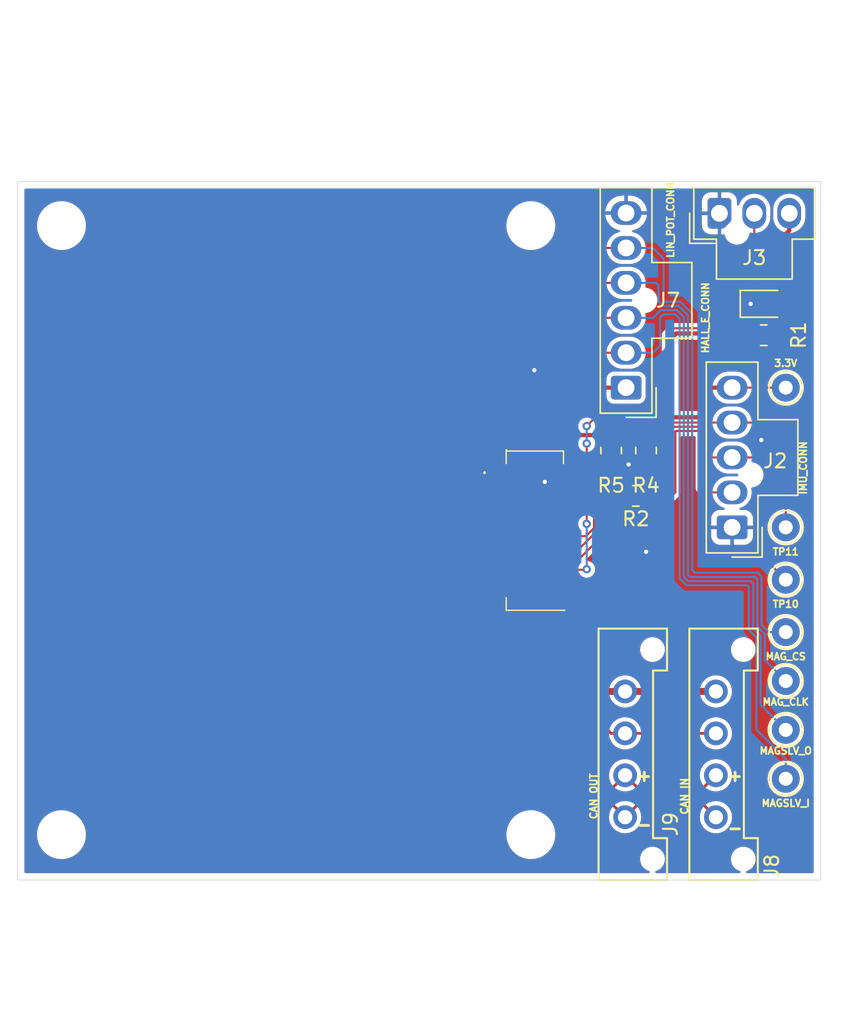
<source format=kicad_pcb>
(kicad_pcb (version 20240108) (generator "pcbnew") (generator_version "8.0")
  (layers (0 "F.Cu" signal) (31 "B.Cu" signal) (34 "B.Paste" user) (35 "F.Paste" user) (36 "B.SilkS" user "B.Silkscreen") (37 "F.SilkS" user "F.Silkscreen") (38 "B.Mask" user) (39 "F.Mask" user) (44 "Edge.Cuts" user))
  (net 0 "")
  (net 1 "/MAG_CLK")
  (net 2 "/MAGSLV_Input")
  (net 3 "/MAGSLV_Output")
  (net 4 "/MAG_CS")
  (net 6 "GNDPWR")
  (net 10 "/LTE_D1")
  (net 11 "/GPIO_1")
  (net 12 "/IMU_I2C_SCL")
  (net 13 "/IMU_I2C_SDA")
  (net 17 "/CAN_N")
  (net 18 "/CAN_P")
  (net 20 "GND")
  (net 21 "+12V")
  (net 22 "/IMU_INT")
  (net 23 "+3.3V")
  (net 24 "Net-(J2-Pin_2)")
  (footprint "TestPoint:TestPoint_THTPad_D2.0mm_Drill1.0mm" (layer "F.Cu") (at 181.25 77.5)
    (property "Reference" "TP2" (hide yes))
    (property "Value" "VDD_3.3V")
    (fp_circle (center 0 0) (end 0 1.2) (stroke (width 0.12)) (fill none) (layer "F.SilkS"))
    (pad "1" thru_hole circle (at 0 0) (size 2 2) (drill 1) (layers "*.Cu" "*.Mask") (net 23 "+3.3V"))
  )
  (footprint "TestPoint:TestPoint_THTPad_D2.0mm_Drill1.0mm" (layer "F.Cu") (at 181.25 105.5)
    (property "Reference" "TP8" (hide yes))
    (property "Value" "MAGSLV_I")
    (fp_circle (center 0 0) (end 0 1.2) (stroke (width 0.12)) (fill none) (layer "F.SilkS"))
    (pad "1" thru_hole circle (at 0 0) (size 2 2) (drill 1) (layers "*.Cu" "*.Mask") (net 2 "/MAGSLV_Input"))
  )
  (footprint "LED_SMD:LED_0805_2012Metric" (layer "F.Cu") (at 179.675 71.5)
    (property "Reference" "D1" (hide yes))
    (property "Value" "LED")
    (fp_line (start -1.685 -0.96) (end -1.685 0.96) (stroke (width 0.12)) (layer "F.SilkS"))
    (fp_line (start -1.685 0.96) (end 1 0.96) (stroke (width 0.12)) (layer "F.SilkS"))
    (fp_line (start 1 -0.96) (end -1.685 -0.96) (stroke (width 0.12)) (layer "F.SilkS"))
    (pad "1" smd roundrect (at -0.9375 0) (size 0.975 1.4) (layers "F.Cu" "F.Paste" "F.Mask") (net 20 "GND"))
    (pad "2" smd roundrect (at 0.9375 0) (size 0.975 1.4) (layers "F.Cu" "F.Paste" "F.Mask") (net 10 "/LTE_D1"))
  )
  (footprint "TestPoint:TestPoint_THTPad_D2.0mm_Drill1.0mm" (layer "F.Cu") (at 181.25 95)
    (property "Reference" "TP6" (hide yes))
    (property "Value" "MAG_CS")
    (fp_circle (center 0 0) (end 0 1.2) (stroke (width 0.12)) (fill none) (layer "F.SilkS"))
    (pad "1" thru_hole circle (at 0 0) (size 2 2) (drill 1) (layers "*.Cu" "*.Mask") (net 4 "/MAG_CS"))
  )
  (footprint "TestPoint:TestPoint_THTPad_D2.0mm_Drill1.0mm" (layer "F.Cu") (at 181.25 102)
    (property "Reference" "TP9" (hide yes))
    (property "Value" "MAGSLV_O")
    (fp_circle (center 0 0) (end 0 1.2) (stroke (width 0.12)) (fill none) (layer "F.SilkS"))
    (pad "1" thru_hole circle (at 0 0) (size 2 2) (drill 1) (layers "*.Cu" "*.Mask") (net 3 "/MAGSLV_Output"))
  )
  (footprint "Resistor_SMD:R_0805_2012Metric" (layer "F.Cu") (at 171.25 82 -90)
    (property "Reference" "R4" (at 2.5 0 180) (layer "F.SilkS"))
    (property "Value" "10k")
    (fp_line (start -0.227064 0.735) (end 0.227064 0.735) (stroke (width 0.12)) (layer "F.SilkS"))
    (fp_line (start -0.227064 -0.735) (end 0.227064 -0.735) (stroke (width 0.12)) (layer "F.SilkS"))
    (pad "1" smd roundrect (at -0.9125 0 270) (size 1.025 1.4) (layers "F.Cu" "F.Paste" "F.Mask") (roundrect_rratio 0.243902) (net 23 "+3.3V"))
    (pad "2" smd roundrect (at 0.9125 0 270) (size 1.025 1.4) (layers "F.Cu" "F.Paste" "F.Mask") (roundrect_rratio 0.243902) (net 12 "/IMU_I2C_SCL"))
  )
  (footprint "Resistor_SMD:R_0805_2012Metric" (layer "F.Cu") (at 168.75 82 90)
    (property "Reference" "R5" (at -2.5 0 180) (layer "F.SilkS"))
    (property "Value" "10k")
    (fp_line (start -0.227064 -0.735) (end 0.227064 -0.735) (stroke (width 0.12)) (layer "F.SilkS"))
    (fp_line (start -0.227064 0.735) (end 0.227064 0.735) (stroke (width 0.12)) (layer "F.SilkS"))
    (pad "1" smd roundrect (at -0.9125 0 90) (size 1.025 1.4) (layers "F.Cu" "F.Paste" "F.Mask") (roundrect_rratio 0.243902) (net 13 "/IMU_I2C_SDA"))
    (pad "2" smd roundrect (at 0.9125 0 90) (size 1.025 1.4) (layers "F.Cu" "F.Paste" "F.Mask") (roundrect_rratio 0.243902) (net 23 "+3.3V"))
  )
  (footprint "Resistor_SMD:R_0805_2012Metric" (layer "F.Cu") (at 170.52 85.25 180)
    (property "Reference" "R2" (at 0 -1.65 0) (layer "F.SilkS"))
    (property "Value" "10k")
    (fp_line (start -0.227064 0.735) (end 0.227064 0.735) (stroke (width 0.12)) (layer "F.SilkS"))
    (fp_line (start -0.227064 -0.735) (end 0.227064 -0.735) (stroke (width 0.12)) (layer "F.SilkS"))
    (pad "1" smd roundrect (at -0.9125 0 180) (size 1.025 1.4) (layers "F.Cu" "F.Paste" "F.Mask") (roundrect_rratio 0.243902) (net 24 "Net-(J2-Pin_2)"))
    (pad "2" smd roundrect (at 0.9125 0 180) (size 1.025 1.4) (layers "F.Cu" "F.Paste" "F.Mask") (roundrect_rratio 0.243902) (net 22 "/IMU_INT"))
  )
  (footprint "UTSVT_Connectors:Molex_MicroFit3.0_1x4xP3.00mm_PolarizingPeg_Vertical" (layer "F.Cu") (at 176.25 99.25 -90)
    (property "Reference" "J8" (at 12.5 -4 90) (layer "F.SilkS"))
    (property "Value" "CAN+POWER_IN")
    (fp_line (start -4.5 1.9) (end -4.5 -3) (stroke (width 0.15)) (layer "F.SilkS"))
    (fp_line (start 13.5 1.9) (end -4.5 1.9) (stroke (width 0.15)) (layer "F.SilkS"))
    (fp_line (start -1.5 -2) (end 10.5 -2) (stroke (width 0.15)) (layer "F.SilkS"))
    (fp_line (start 10.5 -2) (end 10.5 -3) (stroke (width 0.15)) (layer "F.SilkS"))
    (fp_line (start -4.5 -3) (end -1.5 -3) (stroke (width 0.15)) (layer "F.SilkS"))
    (fp_line (start -1.5 -3) (end -1.5 -2) (stroke (width 0.15)) (layer "F.SilkS"))
    (fp_line (start 10.5 -3) (end 13.5 -3) (stroke (width 0.15)) (layer "F.SilkS"))
    (fp_line (start 13.5 -3) (end 13.5 1.9) (stroke (width 0.15)) (layer "F.SilkS"))
    (pad "" np_thru_hole circle (at -3 -1.96 270) (size 1.27 1.27) (drill 1.27) (layers "*.Cu" "*.Mask"))
    (pad "" np_thru_hole circle (at 12 -1.96 270) (size 1.27 1.27) (drill 1.27) (layers "*.Cu" "*.Mask"))
    (pad "1" thru_hole circle (at 0 0 270) (size 1.7 1.7) (drill 1.02) (layers "*.Cu" "*.Mask") (net 21 "+12V"))
    (pad "2" thru_hole circle (at 3 0 270) (size 1.7 1.7) (drill 1.02) (layers "*.Cu" "*.Mask") (net 6 "GNDPWR"))
    (pad "3" thru_hole circle (at 6 0 270) (size 1.7 1.7) (drill 1.02) (layers "*.Cu" "*.Mask") (net 18 "/CAN_P"))
    (pad "4" thru_hole circle (at 9 0 270) (size 1.7 1.7) (drill 1.02) (layers "*.Cu" "*.Mask") (net 17 "/CAN_N"))
  )
  (footprint "Connector_Molex:Molex_Nano-Fit_105309-xx06_1x06_P2.50mm_Vertical" (layer "F.Cu") (at 169.82 77.5 180)
    (property "Reference" "J7" (at -3 6.25 0) (layer "F.SilkS"))
    (property "Value" "Conn_01x06_Socket")
    (fp_line (start 1.85 14.33) (end -1.85 14.33) (stroke (width 0.12)) (layer "F.SilkS"))
    (fp_line (start 1.85 6.25) (end 1.85 14.33) (stroke (width 0.12)) (layer "F.SilkS"))
    (fp_line (start 1.85 6.25) (end 1.85 -1.83) (stroke (width 0.12)) (layer "F.SilkS"))
    (fp_line (start 1.85 -1.83) (end -1.85 -1.83) (stroke (width 0.12)) (layer "F.SilkS"))
    (fp_line (start 0 -2.13) (end -2.15 -2.13) (stroke (width 0.12)) (layer "F.SilkS"))
    (fp_line (start -1.85 14.33) (end -1.85 8.96) (stroke (width 0.12)) (layer "F.SilkS"))
    (fp_line (start -1.85 8.96) (end -4.71 8.96) (stroke (width 0.12)) (layer "F.SilkS"))
    (fp_line (start -1.85 3.54) (end -4.71 3.54) (stroke (width 0.12)) (layer "F.SilkS"))
    (fp_line (start -1.85 -1.83) (end -1.85 3.54) (stroke (width 0.12)) (layer "F.SilkS"))
    (fp_line (start -2.15 -2.13) (end -2.15 0) (stroke (width 0.12)) (layer "F.SilkS"))
    (fp_line (start -4.71 8.96) (end -4.71 6.25) (stroke (width 0.12)) (layer "F.SilkS"))
    (fp_line (start -4.71 3.54) (end -4.71 6.25) (stroke (width 0.12)) (layer "F.SilkS"))
    (pad "" np_thru_hole circle (at -1.34 6.25 180) (size 1.3 1.3) (drill 1.3) (layers "*.Cu" "*.Mask"))
    (pad "1" thru_hole roundrect (at 0 0 180) (size 2.2 1.7) (drill 1.2) (layers "*.Cu" "*.Mask") (roundrect_rratio 0.147059) (net 23 "+3.3V"))
    (pad "2" thru_hole oval (at 0 2.5 180) (size 2.2 1.7) (drill 1.2) (layers "*.Cu" "*.Mask") (net 2 "/MAGSLV_Input"))
    (pad "3" thru_hole oval (at 0 5 180) (size 2.2 1.7) (drill 1.2) (layers "*.Cu" "*.Mask") (net 3 "/MAGSLV_Output"))
    (pad "4" thru_hole oval (at 0 7.5 180) (size 2.2 1.7) (drill 1.2) (layers "*.Cu" "*.Mask") (net 1 "/MAG_CLK"))
    (pad "5" thru_hole oval (at 0 10 180) (size 2.2 1.7) (drill 1.2) (layers "*.Cu" "*.Mask") (net 4 "/MAG_CS"))
    (pad "6" thru_hole oval (at 0 12.5 180) (size 2.2 1.7) (drill 1.2) (layers "*.Cu" "*.Mask") (net 20 "GND"))
  )
  (footprint "Connector_Molex:Molex_Nano-Fit_105309-xx05_1x05_P2.50mm_Vertical" (layer "F.Cu") (at 177.41 87.5 180)
    (property "Reference" "J2" (at -3.09 4.75 0) (layer "F.SilkS"))
    (property "Value" "Conn_01x05_Socket")
    (fp_line (start 1.85 11.83) (end -1.85 11.83) (stroke (width 0.12)) (layer "F.SilkS"))
    (fp_line (start 1.85 5) (end 1.85 11.83) (stroke (width 0.12)) (layer "F.SilkS"))
    (fp_line (start 1.85 5) (end 1.85 -1.83) (stroke (width 0.12)) (layer "F.SilkS"))
    (fp_line (start 1.85 -1.83) (end -1.85 -1.83) (stroke (width 0.12)) (layer "F.SilkS"))
    (fp_line (start 0 -2.13) (end -2.15 -2.13) (stroke (width 0.12)) (layer "F.SilkS"))
    (fp_line (start -1.85 11.83) (end -1.85 7.71) (stroke (width 0.12)) (layer "F.SilkS"))
    (fp_line (start -1.85 7.71) (end -4.71 7.71) (stroke (width 0.12)) (layer "F.SilkS"))
    (fp_line (start -1.85 2.29) (end -4.71 2.29) (stroke (width 0.12)) (layer "F.SilkS"))
    (fp_line (start -1.85 -1.83) (end -1.85 2.29) (stroke (width 0.12)) (layer "F.SilkS"))
    (fp_line (start -2.15 -2.13) (end -2.15 0) (stroke (width 0.12)) (layer "F.SilkS"))
    (fp_line (start -4.71 7.71) (end -4.71 5) (stroke (width 0.12)) (layer "F.SilkS"))
    (fp_line (start -4.71 2.29) (end -4.71 5) (stroke (width 0.12)) (layer "F.SilkS"))
    (pad "" np_thru_hole circle (at -1.34 3.75 180) (size 1.3 1.3) (drill 1.3) (layers "*.Cu" "*.Mask"))
    (pad "1" thru_hole roundrect (at 0 0 180) (size 2.2 1.7) (drill 1.2) (layers "*.Cu" "*.Mask") (roundrect_rratio 0.147059) (net 20 "GND"))
    (pad "2" thru_hole oval (at 0 2.5 180) (size 2.2 1.7) (drill 1.2) (layers "*.Cu" "*.Mask") (net 24 "Net-(J2-Pin_2)"))
    (pad "3" thru_hole oval (at 0 5 180) (size 2.2 1.7) (drill 1.2) (layers "*.Cu" "*.Mask") (net 13 "/IMU_I2C_SDA"))
    (pad "4" thru_hole oval (at 0 7.5 180) (size 2.2 1.7) (drill 1.2) (layers "*.Cu" "*.Mask") (net 12 "/IMU_I2C_SCL"))
    (pad "5" thru_hole oval (at 0 10 180) (size 2.2 1.7) (drill 1.2) (layers "*.Cu" "*.Mask") (net 23 "+3.3V"))
  )
  (footprint "UTSVT_Connectors:Molex_MicroFit3.0_1x4xP3.00mm_PolarizingPeg_Vertical" (layer "F.Cu") (at 169.75 99.25 -90)
    (property "Reference" "J9" (at 9.5 -3.25 90) (layer "F.SilkS"))
    (property "Value" "CAN+POWER_OUT")
    (fp_line (start -4.5 1.9) (end -4.5 -3) (stroke (width 0.15)) (layer "F.SilkS"))
    (fp_line (start 13.5 1.9) (end -4.5 1.9) (stroke (width 0.15)) (layer "F.SilkS"))
    (fp_line (start -1.5 -2) (end 10.5 -2) (stroke (width 0.15)) (layer "F.SilkS"))
    (fp_line (start 10.5 -2) (end 10.5 -3) (stroke (width 0.15)) (layer "F.SilkS"))
    (fp_line (start -4.5 -3) (end -1.5 -3) (stroke (width 0.15)) (layer "F.SilkS"))
    (fp_line (start -1.5 -3) (end -1.5 -2) (stroke (width 0.15)) (layer "F.SilkS"))
    (fp_line (start 10.5 -3) (end 13.5 -3) (stroke (width 0.15)) (layer "F.SilkS"))
    (fp_line (start 13.5 -3) (end 13.5 1.9) (stroke (width 0.15)) (layer "F.SilkS"))
    (pad "" np_thru_hole circle (at -3 -1.96 270) (size 1.27 1.27) (drill 1.27) (layers "*.Cu" "*.Mask"))
    (pad "" np_thru_hole circle (at 12 -1.96 270) (size 1.27 1.27) (drill 1.27) (layers "*.Cu" "*.Mask"))
    (pad "1" thru_hole circle (at 0 0 270) (size 1.7 1.7) (drill 1.02) (layers "*.Cu" "*.Mask") (net 21 "+12V"))
    (pad "2" thru_hole circle (at 3 0 270) (size 1.7 1.7) (drill 1.02) (layers "*.Cu" "*.Mask") (net 6 "GNDPWR"))
    (pad "3" thru_hole circle (at 6 0 270) (size 1.7 1.7) (drill 1.02) (layers "*.Cu" "*.Mask") (net 18 "/CAN_P"))
    (pad "4" thru_hole circle (at 9 0 270) (size 1.7 1.7) (drill 1.02) (layers "*.Cu" "*.Mask") (net 17 "/CAN_N"))
  )
  (footprint "Connector_Molex:Molex_Nano-Fit_105309-xx03_1x03_P2.50mm_Vertical" (layer "F.Cu") (at 176.5 65.02 90)
    (property "Reference" "J3" (at -3.18 2.5 0) (layer "F.SilkS"))
    (property "Value" "Conn_01x03_Socket")
    (fp_line (start 0 -2.13) (end -2.15 -2.13) (stroke (width 0.12)) (layer "F.SilkS"))
    (fp_line (start -2.15 -2.13) (end -2.15 -0.21) (stroke (width 0.12)) (layer "F.SilkS"))
    (fp_line (start 1.85 -1.83) (end -1.85 -1.83) (stroke (width 0.12)) (layer "F.SilkS"))
    (fp_line (start -1.85 -1.83) (end -1.85 -0.21) (stroke (width 0.12)) (layer "F.SilkS"))
    (fp_line (start -1.85 -0.21) (end -4.71 -0.21) (stroke (width 0.12)) (layer "F.SilkS"))
    (fp_line (start -4.71 -0.21) (end -4.71 2.5) (stroke (width 0.12)) (layer "F.SilkS"))
    (fp_line (start 1.85 2.5) (end 1.85 -1.83) (stroke (width 0.12)) (layer "F.SilkS"))
    (fp_line (start 1.85 2.5) (end 1.85 6.83) (stroke (width 0.12)) (layer "F.SilkS"))
    (fp_line (start -1.85 5.21) (end -4.71 5.21) (stroke (width 0.12)) (layer "F.SilkS"))
    (fp_line (start -4.71 5.21) (end -4.71 2.5) (stroke (width 0.12)) (layer "F.SilkS"))
    (fp_line (start 1.85 6.83) (end -1.85 6.83) (stroke (width 0.12)) (layer "F.SilkS"))
    (fp_line (start -1.85 6.83) (end -1.85 5.21) (stroke (width 0.12)) (layer "F.SilkS"))
    (pad "" np_thru_hole circle (at -1.34 1.25 90) (size 1.3 1.3) (drill 1.3) (layers "*.Cu" "*.Mask"))
    (pad "1" thru_hole custom (at 0 0 90) (size 1.417157 1.417157) (drill 1.2) (layers "*.Cu" "*.Mask") (net 20 "GND") (options (clearance outline) (anchor circle)) (primitives (gr_poly (pts (xy 0.85 0.6) (xy -0.45 0.6) (xy -0.85 0.2) (xy -0.85 -0.6) (xy 0.85 -0.6)) (width 0.5) (fill yes))))
    (pad "2" thru_hole oval (at 0 2.5 90) (size 2.2 1.7) (drill 1.2) (layers "*.Cu" "*.Mask") (net 11 "/GPIO_1"))
    (pad "3" thru_hole oval (at 0 5 90) (size 2.2 1.7) (drill 1.2) (layers "*.Cu" "*.Mask") (net 23 "+3.3V"))
  )
  (footprint "TestPoint:TestPoint_THTPad_D2.0mm_Drill1.0mm" (layer "F.Cu") (at 181.25 91.25 -90)
    (property "Reference" "TP10" (at 1.75 0 0) (layer "F.SilkS") (effects (font (size 0.5 0.5) (thickness 0.125))))
    (property "Value" "I2C_SDA")
    (fp_circle (center 0 0) (end 0 1.2) (stroke (width 0.12)) (fill none) (layer "F.SilkS"))
    (pad "1" thru_hole circle (at 0 0 270) (size 2 2) (drill 1) (layers "*.Cu" "*.Mask") (net 13 "/IMU_I2C_SDA"))
  )
  (footprint "TestPoint:TestPoint_THTPad_D2.0mm_Drill1.0mm" (layer "F.Cu") (at 181.25 87.5 -90)
    (property "Reference" "TP11" (at 1.75 0 0) (layer "F.SilkS") (effects (font (size 0.5 0.5) (thickness 0.125))))
    (property "Value" "I2C_SCL")
    (fp_circle (center 0 0) (end 0 1.2) (stroke (width 0.12)) (fill none) (layer "F.SilkS"))
    (pad "1" thru_hole circle (at 0 0 270) (size 2 2) (drill 1) (layers "*.Cu" "*.Mask") (net 12 "/IMU_I2C_SCL"))
  )
  (footprint "Resistor_SMD:R_0805_2012Metric" (layer "F.Cu") (at 179.675 73.75 180)
    (property "Reference" "R1" (at -2.5 0 90) (layer "F.SilkS"))
    (property "Value" "1k")
    (fp_line (start -0.227064 0.735) (end 0.227064 0.735) (stroke (width 0.12)) (layer "F.SilkS"))
    (fp_line (start -0.227064 -0.735) (end 0.227064 -0.735) (stroke (width 0.12)) (layer "F.SilkS"))
    (pad "1" smd roundrect (at -0.9125 0 180) (size 1.025 1.4) (layers "F.Cu" "F.Paste" "F.Mask") (roundrect_rratio 0.243902) (net 10 "/LTE_D1"))
    (pad "2" smd roundrect (at 0.9125 0 180) (size 1.025 1.4) (layers "F.Cu" "F.Paste" "F.Mask") (roundrect_rratio 0.243902) (net 23 "+3.3V"))
  )
  (footprint "UTSVT_Special:PeripheralSOM" (layer "F.Cu") (at 144.96226 84.51226)
    (property "Reference" "U1" (hide yes))
    (property "Value" "PeripheralSOM" (hide yes))
    (fp_line (start 14.725 -0.975) (end 14.725 -0.975) (stroke (width 0.1)) (layer "F.SilkS"))
    (fp_line (start 14.725 -0.875) (end 14.725 -0.875) (stroke (width 0.1)) (layer "F.SilkS"))
    (fp_line (start 16.275 -1.575) (end 16.275 -2.575) (stroke (width 0.1)) (layer "F.SilkS"))
    (fp_line (start 16.275 8.025) (end 16.275 8.925) (stroke (width 0.1)) (layer "F.SilkS"))
    (fp_line (start 16.275 8.925) (end 20.475 8.925) (stroke (width 0.1)) (layer "F.SilkS"))
    (fp_line (start 16.325 -2.475) (end 20.375 -2.475) (stroke (width 0.1)) (layer "F.SilkS"))
    (fp_line (start 20.375 -2.475) (end 20.375 -1.575) (stroke (width 0.1)) (layer "F.SilkS"))
    (fp_arc (start 14.725 -0.975) (mid 14.775 -0.925) (end 14.725 -0.875) (stroke (width 0.1)) (layer "F.SilkS"))
    (fp_arc (start 14.725 -0.875) (mid 14.675 -0.925) (end 14.725 -0.975) (stroke (width 0.1)) (layer "F.SilkS"))
    (pad "" np_thru_hole circle (at -15.56226 -18.61226) (size 3 3) (drill 3) (layers "*.Cu" "*.Mask"))
    (pad "" np_thru_hole circle (at -15.56226 24.98774) (size 3 3) (drill 3) (layers "*.Cu" "*.Mask"))
    (pad "" np_thru_hole circle (at 18.03774 -18.61226) (size 3 3) (drill 3) (layers "*.Cu" "*.Mask"))
    (pad "" np_thru_hole circle (at 18.03774 24.98774) (size 3 3) (drill 3) (layers "*.Cu" "*.Mask"))
    (pad "1" smd rect (at 16.175 -1.175 90) (size 0.55 1.8) (layers "F.Cu" "F.Paste" "F.Mask") (net 2 "/MAGSLV_Input"))
    (pad "2" smd rect (at 20.475 -1.175 90) (size 0.55 1.8) (layers "F.Cu" "F.Paste" "F.Mask") (net 23 "+3.3V"))
    (pad "3" smd rect (at 16.175 -0.375 90) (size 0.55 1.8) (layers "F.Cu" "F.Paste" "F.Mask") (net 3 "/MAGSLV_Output"))
    (pad "4" smd rect (at 20.475 -0.375 90) (size 0.55 1.8) (layers "F.Cu" "F.Paste" "F.Mask") (net 20 "GND"))
    (pad "5" smd rect (at 16.175 0.425 90) (size 0.55 1.8) (layers "F.Cu" "F.Paste" "F.Mask") (net 1 "/MAG_CLK"))
    (pad "6" smd rect (at 20.475 0.425 90) (size 0.55 1.8) (layers "F.Cu" "F.Paste" "F.Mask"))
    (pad "7" smd rect (at 16.175 1.225 90) (size 0.55 1.8) (layers "F.Cu" "F.Paste" "F.Mask") (net 4 "/MAG_CS"))
    (pad "8" smd rect (at 20.475 1.225 90) (size 0.55 1.8) (layers "F.Cu" "F.Paste" "F.Mask"))
    (pad "9" smd rect (at 16.175 2.025 90) (size 0.55 1.8) (layers "F.Cu" "F.Paste" "F.Mask") (net 23 "+3.3V"))
    (pad "10" smd rect (at 20.475 2.025 90) (size 0.55 1.8) (layers "F.Cu" "F.Paste" "F.Mask"))
    (pad "11" smd rect (at 16.175 2.825 90) (size 0.55 1.8) (layers "F.Cu" "F.Paste" "F.Mask") (net 20 "GND"))
    (pad "12" smd rect (at 20.475 2.825 90) (size 0.55 1.8) (layers "F.Cu" "F.Paste" "F.Mask"))
    (pad "13" smd rect (at 16.175 3.625 90) (size 0.55 1.8) (layers "F.Cu" "F.Paste" "F.Mask"))
    (pad "14" smd rect (at 20.475 3.625 90) (size 0.55 1.8) (layers "F.Cu" "F.Paste" "F.Mask") (net 12 "/IMU_I2C_SCL"))
    (pad "15" smd rect (at 16.175 4.425 90) (size 0.55 1.8) (layers "F.Cu" "F.Paste" "F.Mask"))
    (pad "16" smd rect (at 20.475 4.425 90) (size 0.55 1.8) (layers "F.Cu" "F.Paste" "F.Mask") (net 13 "/IMU_I2C_SDA"))
    (pad "17" smd rect (at 16.175 5.225 90) (size 0.55 1.8) (layers "F.Cu" "F.Paste" "F.Mask"))
    (pad "18" smd rect (at 20.475 5.225 90) (size 0.55 1.8) (layers "F.Cu" "F.Paste" "F.Mask") (net 22 "/IMU_INT"))
    (pad "19" smd rect (at 16.175 6.025 90) (size 0.55 1.8) (layers "F.Cu" "F.Paste" "F.Mask"))
    (pad "20" smd rect (at 20.475 6.025 90) (size 0.55 1.8) (layers "F.Cu" "F.Paste" "F.Mask") (net 11 "/GPIO_1"))
    (pad "21" smd rect (at 16.175 6.825 90) (size 0.55 1.8) (layers "F.Cu" "F.Paste" "F.Mask") (net 17 "/CAN_N"))
    (pad "22" smd rect (at 20.475 6.825 90) (size 0.55 1.8) (layers "F.Cu" "F.Paste" "F.Mask") (net 21 "+12V"))
    (pad "23" smd rect (at 16.175 7.625 90) (size 0.55 1.8) (layers "F.Cu" "F.Paste" "F.Mask") (net 18 "/CAN_P"))
    (pad "24" smd rect (at 20.475 7.625 90) (size 0.55 1.8) (layers "F.Cu" "F.Paste" "F.Mask") (net 6 "GNDPWR"))
  )
  (footprint "TestPoint:TestPoint_THTPad_D2.0mm_Drill1.0mm" (layer "F.Cu") (at 181.25 98.5)
    (property "Reference" "TP7" (hide yes))
    (property "Value" "MAG_CLK")
    (fp_circle (center 0 0) (end 0 1.2) (stroke (width 0.12)) (fill none) (layer "F.SilkS"))
    (pad "1" thru_hole circle (at 0 0) (size 2 2) (drill 1) (layers "*.Cu" "*.Mask") (net 1 "/MAG_CLK"))
  )
  (gr_rect (start 126.25 62.75) (end 183.75 112.75) (stroke (width 0.05)) (fill none) (layer "Edge.Cuts"))
  (gr_text "IMU_CONN" (at 182.5 83.25 90) (layer "F.SilkS") (effects (font (size 0.5 0.5) (thickness 0.125))))
  (gr_text "MAG_CLK" (at 181.25 100 0) (layer "F.SilkS") (effects (font (size 0.5 0.5) (thickness 0.125))))
  (gr_text "CAN IN" (at 174 106.75 90) (layer "F.SilkS") (effects (font (size 0.5 0.5) (thickness 0.125))))
  (gr_text "MAG_CS" (at 181.25 96.75 0) (layer "F.SilkS") (effects (font (size 0.5 0.5) (thickness 0.125))))
  (gr_text "3.3V" (at 181.25 75.75 0) (layer "F.SilkS") (effects (font (size 0.5 0.5) (thickness 0.125))))
  (gr_text "HALL_E_CONN" (at 175.5 72.5 90) (layer "F.SilkS") (effects (font (size 0.5 0.5) (thickness 0.125))))
  (gr_text "+" (at 178.25 105.75 0) (layer "F.SilkS") (effects (font (size 0.8 0.8) (thickness 0.2) (bold yes)) (justify left bottom mirror)))
  (gr_text "MAGSLV_O" (at 181.25 103.5 0) (layer "F.SilkS") (effects (font (size 0.5 0.5) (thickness 0.125))))
  (gr_text "-" (at 171.75 109.25 0) (layer "F.SilkS") (effects (font (size 0.8 0.8) (thickness 0.2) (bold yes)) (justify left bottom mirror)))
  (gr_text "-" (at 178.25 109.5 0) (layer "F.SilkS") (effects (font (size 0.8 0.8) (thickness 0.2) (bold yes)) (justify left bottom mirror)))
  (gr_text "MAGSLV_I" (at 181.25 107.25 0) (layer "F.SilkS") (effects (font (size 0.5 0.5) (thickness 0.125))))
  (gr_text "CAN OUT" (at 167.5 106.75 90) (layer "F.SilkS") (effects (font (size 0.5 0.5) (thickness 0.125))))
  (gr_text "LIN_POT_CONN" (at 173 65.5 90) (layer "F.SilkS") (effects (font (size 0.5 0.5) (thickness 0.125))))
  (gr_text "+" (at 171.75 105.75 0) (layer "F.SilkS") (effects (font (size 0.8 0.8) (thickness 0.2) (bold yes)) (justify left bottom mirror)))
  (segment (start 158.95 71.55) (end 160.5 70) (width 0.15) (layer "F.Cu") (net 1))
  (segment (start 160.5 70) (end 168 70) (width 0.15) (layer "F.Cu") (net 1))
  (segment (start 159.18726 84.93726) (end 158.95 84.7) (width 0.15) (layer "F.Cu") (net 1))
  (segment (start 168 70) (end 169.82 70) (width 0.15) (layer "F.Cu") (net 1))
  (segment (start 158.95 84.7) (end 158.95 71.55) (width 0.15) (layer "F.Cu") (net 1))
  (segment (start 161.13726 84.93726) (end 159.18726 84.93726) (width 0.15) (layer "F.Cu") (net 1))
  (segment (start 179.05 91.05) (end 174.38033 91.05) (width 0.15) (layer "B.Cu") (net 1))
  (segment (start 174.38033 91.05) (end 174.25 90.91967) (width 0.15) (layer "B.Cu") (net 1))
  (segment (start 171.95 70) (end 169.82 70) (width 0.15) (layer "B.Cu") (net 1))
  (segment (start 172.135 70.185) (end 171.95 70) (width 0.15) (layer "B.Cu") (net 1))
  (segment (start 179.75 95.149264) (end 179.2125 94.611764) (width 0.15) (layer "B.Cu") (net 1))
  (segment (start 172.5 71.65) (end 172.135 71.285) (width 0.15) (layer "B.Cu") (net 1))
  (segment (start 172.135 71.285) (end 172.135 70.185) (width 0.15) (layer "B.Cu") (net 1))
  (segment (start 179.2125 91.2125) (end 179.05 91.05) (width 0.15) (layer "B.Cu") (net 1))
  (segment (start 179.75 97) (end 179.75 95.149264) (width 0.15) (layer "B.Cu") (net 1))
  (segment (start 173.58033 71.65) (end 172.5 71.65) (width 0.15) (layer "B.Cu") (net 1))
  (segment (start 179.2125 94.611764) (end 179.2125 91.2125) (width 0.15) (layer "B.Cu") (net 1))
  (segment (start 181.25 98.5) (end 179.75 97) (width 0.15) (layer "B.Cu") (net 1))
  (segment (start 174.25 72.31967) (end 173.58033 71.65) (width 0.15) (layer "B.Cu") (net 1))
  (segment (start 174.25 90.91967) (end 174.25 72.31967) (width 0.15) (layer "B.Cu") (net 1))
  (segment (start 161.13726 83.33726) (end 159.63726 83.33726) (width 0.15) (layer "F.Cu") (net 2))
  (segment (start 159.55 83.25) (end 159.55 71.798528) (width 0.15) (layer "F.Cu") (net 2))
  (segment (start 167.35 70.6) (end 167.45 70.7) (width 0.15) (layer "F.Cu") (net 2))
  (segment (start 168 75) (end 167.75 75) (width 0.15) (layer "F.Cu") (net 2))
  (segment (start 159.63726 83.33726) (end 159.55 83.25) (width 0.15) (layer "F.Cu") (net 2))
  (segment (start 160.748528 70.6) (end 167.35 70.6) (width 0.15) (layer "F.Cu") (net 2))
  (segment (start 169.82 75) (end 168 75) (width 0.15) (layer "F.Cu") (net 2))
  (segment (start 167.75 75) (end 167.45 74.7) (width 0.15) (layer "F.Cu") (net 2))
  (segment (start 167.45 70.7) (end 167.45 74.7) (width 0.15) (layer "F.Cu") (net 2))
  (segment (start 159.55 71.798528) (end 160.748528 70.6) (width 0.15) (layer "F.Cu") (net 2))
  (segment (start 173.331802 72.25) (end 172.5 72.25) (width 0.15) (layer "B.Cu") (net 2))
  (segment (start 172.25 72.5) (end 172.25 74.5) (width 0.15) (layer "B.Cu") (net 2))
  (segment (start 180.457106 103.292894) (end 179.15 101.985788) (width 0.15) (layer "B.Cu") (net 2))
  (segment (start 181.25 105.5) (end 181.25 104.085787) (width 0.15) (layer "B.Cu") (net 2))
  (segment (start 173.65 72.568198) (end 173.331802 72.25) (width 0.15) (layer "B.Cu") (net 2))
  (segment (start 174.131802 91.65) (end 173.65 91.168198) (width 0.15) (layer "B.Cu") (net 2))
  (segment (start 178.6125 91.7625) (end 178.5 91.65) (width 0.15) (layer "B.Cu") (net 2))
  (segment (start 181.25 104.085787) (end 180.457106 103.292894) (width 0.15) (layer "B.Cu") (net 2))
  (segment (start 178.6125 94.860292) (end 178.6125 91.7625) (width 0.15) (layer "B.Cu") (net 2))
  (segment (start 172.5 72.25) (end 172.25 72.5) (width 0.15) (layer "B.Cu") (net 2))
  (segment (start 172.25 74.5) (end 171.75 75) (width 0.15) (layer "B.Cu") (net 2))
  (segment (start 173.65 91.168198) (end 173.65 72.568198) (width 0.15) (layer "B.Cu") (net 2))
  (segment (start 171.75 75) (end 169.82 75) (width 0.15) (layer "B.Cu") (net 2))
  (segment (start 179.15 95.397792) (end 178.6125 94.860292) (width 0.15) (layer "B.Cu") (net 2))
  (segment (start 179.15 101.985788) (end 179.15 95.397792) (width 0.15) (layer "B.Cu") (net 2))
  (segment (start 178.5 91.65) (end 174.131802 91.65) (width 0.15) (layer "B.Cu") (net 2))
  (segment (start 159.38726 84.13726) (end 159.25 84) (width 0.15) (layer "F.Cu") (net 3))
  (segment (start 167.75 72.25) (end 168 72.5) (width 0.15) (layer "F.Cu") (net 3))
  (segment (start 161.13726 84.13726) (end 159.38726 84.13726) (width 0.15) (layer "F.Cu") (net 3))
  (segment (start 168 72.5) (end 169.82 72.5) (width 0.15) (layer "F.Cu") (net 3))
  (segment (start 167.55 70.3) (end 167.75 70.5) (width 0.15) (layer "F.Cu") (net 3))
  (segment (start 160.624264 70.3) (end 167.55 70.3) (width 0.15) (layer "F.Cu") (net 3))
  (segment (start 159.25 71.674264) (end 160.624264 70.3) (width 0.15) (layer "F.Cu") (net 3))
  (segment (start 167.75 70.5) (end 167.75 72.25) (width 0.15) (layer "F.Cu") (net 3))
  (segment (start 159.25 84) (end 159.25 71.674264) (width 0.15) (layer "F.Cu") (net 3))
  (segment (start 179.45 95.273528) (end 178.9125 94.736028) (width 0.15) (layer "B.Cu") (net 3))
  (segment (start 181.25 102) (end 179.45 100.2) (width 0.15) (layer "B.Cu") (net 3))
  (segment (start 179.45 100.2) (end 179.45 95.273528) (width 0.15) (layer "B.Cu") (net 3))
  (segment (start 173.456066 71.95) (end 172.3 71.95) (width 0.15) (layer "B.Cu") (net 3))
  (segment (start 178.75 91.35) (end 174.256066 91.35) (width 0.15) (layer "B.Cu") (net 3))
  (segment (start 178.9125 91.5125) (end 178.75 91.35) (width 0.15) (layer "B.Cu") (net 3))
  (segment (start 174.256066 91.35) (end 173.95 91.043934) (width 0.15) (layer "B.Cu") (net 3))
  (segment (start 173.95 72.443934) (end 173.456066 71.95) (width 0.15) (layer "B.Cu") (net 3))
  (segment (start 171.75 72.5) (end 169.82 72.5) (width 0.15) (layer "B.Cu") (net 3))
  (segment (start 173.95 91.043934) (end 173.95 72.443934) (width 0.15) (layer "B.Cu") (net 3))
  (segment (start 178.9125 94.736028) (end 178.9125 91.5125) (width 0.15) (layer "B.Cu") (net 3))
  (segment (start 172.3 71.95) (end 171.75 72.5) (width 0.15) (layer "B.Cu") (net 3))
  (segment (start 158.65 85.13726) (end 158.65 71.425736) (width 0.15) (layer "F.Cu") (net 4))
  (segment (start 159.25 85.73726) (end 158.65 85.13726) (width 0.15) (layer "F.Cu") (net 4))
  (segment (start 167.75 69.5) (end 167.75 67.75) (width 0.15) (layer "F.Cu") (net 4))
  (segment (start 160.375736 69.7) (end 167.55 69.7) (width 0.15) (layer "F.Cu") (net 4))
  (segment (start 167.75 67.75) (end 168 67.5) (width 0.15) (layer "F.Cu") (net 4))
  (segment (start 158.65 71.425736) (end 160.375736 69.7) (width 0.15) (layer "F.Cu") (net 4))
  (segment (start 167.55 69.7) (end 167.75 69.5) (width 0.15) (layer "F.Cu") (net 4))
  (segment (start 161.13726 85.73726) (end 159.25 85.73726) (width 0.15) (layer "F.Cu") (net 4))
  (segment (start 168 67.5) (end 169.82 67.5) (width 0.15) (layer "F.Cu") (net 4))
  (segment (start 174.55 72.195406) (end 173.704594 71.35) (width 0.15) (layer "B.Cu") (net 4))
  (segment (start 179.5125 94.4875) (end 179.5125 91.0125) (width 0.15) (layer "B.Cu") (net 4))
  (segment (start 174.55 90.55) (end 174.55 72.195406) (width 0.15) (layer "B.Cu") (net 4))
  (segment (start 171.75 67.5) (end 169.82 67.5) (width 0.15) (layer "B.Cu") (net 4))
  (segment (start 180.025 95) (end 179.5125 94.4875) (width 0.15) (layer "B.Cu") (net 4))
  (segment (start 172.624264 71.35) (end 172.5 71.225736) (width 0.15) (layer "B.Cu") (net 4))
  (segment (start 179.25 90.75) (end 174.75 90.75) (width 0.15) (layer "B.Cu") (net 4))
  (segment (start 173.704594 71.35) (end 172.624264 71.35) (width 0.15) (layer "B.Cu") (net 4))
  (segment (start 172.5 68.25) (end 171.75 67.5) (width 0.15) (layer "B.Cu") (net 4))
  (segment (start 172.5 71.225736) (end 172.5 68.25) (width 0.15) (layer "B.Cu") (net 4))
  (segment (start 179.5125 91.0125) (end 179.25 90.75) (width 0.15) (layer "B.Cu") (net 4))
  (segment (start 174.625 90.625) (end 174.55 90.55) (width 0.15) (layer "B.Cu") (net 4))
  (segment (start 174.625 90.625) (end 174.575 90.575) (width 0.15) (layer "B.Cu") (net 4))
  (segment (start 174.75 90.75) (end 174.625 90.625) (width 0.15) (layer "B.Cu") (net 4))
  (segment (start 181.25 95) (end 180.025 95) (width 0.15) (layer "B.Cu") (net 4))
  (segment (start 166.75 92.13726) (end 165.43726 92.13726) (width 0.2) (layer "F.Cu") (net 6))
  (segment (start 169.75 102.25) (end 168.75 102.25) (width 0.2) (layer "F.Cu") (net 6))
  (segment (start 168.5 102) (end 168.5 100) (width 0.2) (layer "F.Cu") (net 6))
  (segment (start 168.25 99.75) (end 168.042894 99.75) (width 0.2) (layer "F.Cu") (net 6))
  (segment (start 167 92.38726) (end 166.75 92.13726) (width 0.2) (layer "F.Cu") (net 6))
  (segment (start 169.75 102.25) (end 176.25 102.25) (width 0.2) (layer "F.Cu") (net 6))
  (segment (start 168.042894 99.75) (end 167 98.707106) (width 0.2) (layer "F.Cu") (net 6))
  (segment (start 168.75 102.25) (end 168.5 102) (width 0.2) (layer "F.Cu") (net 6))
  (segment (start 168.5 100) (end 168.25 99.75) (width 0.2) (layer "F.Cu") (net 6))
  (segment (start 167 98.707106) (end 167 92.38726) (width 0.2) (layer "F.Cu") (net 6))
  (segment (start 180.5875 73.75) (end 180.5875 71.525) (width 0.3) (layer "F.Cu") (net 10))
  (segment (start 180.5875 71.525) (end 180.6125 71.5) (width 0.3) (layer "F.Cu") (net 10))
  (segment (start 167 80.25) (end 167.5 79.75) (width 0.15) (layer "F.Cu") (net 11))
  (segment (start 172.75 73.75) (end 173.25 73.25) (width 0.15) (layer "F.Cu") (net 11))
  (segment (start 167 90.5) (end 166.96274 90.53726) (width 0.15) (layer "F.Cu") (net 11))
  (segment (start 172 79.75) (end 172.75 79) (width 0.15) (layer "F.Cu") (net 11))
  (segment (start 167.5 79.75) (end 172 79.75) (width 0.15) (layer "F.Cu") (net 11))
  (segment (start 166.96274 90.53726) (end 165.43726 90.53726) (width 0.15) (layer "F.Cu") (net 11))
  (segment (start 173.25 73.25) (end 176.75 73.25) (width 0.15) (layer "F.Cu") (net 11))
  (segment (start 172.75 79) (end 172.75 73.75) (width 0.15) (layer "F.Cu") (net 11))
  (segment (start 179 67.25) (end 179 65.02) (width 0.15) (layer "F.Cu") (net 11))
  (segment (start 177.25 69) (end 179 67.25) (width 0.15) (layer "F.Cu") (net 11))
  (segment (start 176.75 73.25) (end 177.25 72.75) (width 0.15) (layer "F.Cu") (net 11))
  (segment (start 177.25 72.75) (end 177.25 69) (width 0.15) (layer "F.Cu") (net 11))
  (segment (start 167 87.25) (end 167 81.5) (width 0.15) (layer "F.Cu") (net 11))
  (via (at 167 90.5) (size 0.6) (drill 0.3) (layers "F.Cu" "B.Cu") (net 11))
  (via (at 167 81.5) (size 0.6) (drill 0.3) (layers "F.Cu" "B.Cu") (net 11))
  (via (at 167 80.25) (size 0.6) (drill 0.3) (layers "F.Cu" "B.Cu") (net 11))
  (via (at 167 87.25) (size 0.6) (drill 0.3) (layers "F.Cu" "B.Cu") (net 11))
  (segment (start 167 90.5) (end 167 87.25) (width 0.15) (layer "B.Cu") (net 11))
  (segment (start 167 81.5) (end 167 80.25) (width 0.15) (layer "B.Cu") (net 11))
  (segment (start 167.75 82) (end 171 82) (width 0.15) (layer "F.Cu") (net 12))
  (segment (start 171.25 82.9125) (end 172.5875 82.9125) (width 0.15) (layer "F.Cu") (net 12))
  (segment (start 181.25 81) (end 180.25 80) (width 0.15) (layer "F.Cu") (net 12))
  (segment (start 171 82) (end 171.25 82.25) (width 0.15) (layer "F.Cu") (net 12))
  (segment (start 167.525 82.225) (end 167.75 82) (width 0.15) (layer "F.Cu") (net 12))
  (segment (start 172.75 82.75) (end 172.75 80.25) (width 0.15) (layer "F.Cu") (net 12))
  (segment (start 166.938476 88.13726) (end 167.525 87.550736) (width 0.15) (layer "F.Cu") (net 12))
  (segment (start 181.25 87.5) (end 181.25 81) (width 0.15) (layer "F.Cu") (net 12))
  (segment (start 167.525 87.550736) (end 167.525 82.225) (width 0.15) (layer "F.Cu") (net 12))
  (segment (start 172.75 80.25) (end 173 80) (width 0.15) (layer "F.Cu") (net 12))
  (segment (start 172.5875 82.9125) (end 172.75 82.75) (width 0.15) (layer "F.Cu") (net 12))
  (segment (start 173 80) (end 177.25 80) (width 0.15) (layer "F.Cu") (net 12))
  (segment (start 171.25 82.25) (end 171.25 82.9125) (width 0.15) (layer "F.Cu") (net 12))
  (segment (start 165.43726 88.13726) (end 166.938476 88.13726) (width 0.15) (layer "F.Cu") (net 12))
  (segment (start 180.25 80) (end 177.25 80) (width 0.15) (layer "F.Cu") (net 12))
  (segment (start 173.2 80.3) (end 173.05 80.45) (width 0.15) (layer "F.Cu") (net 13))
  (segment (start 175.5 82.25) (end 175.5 80.5) (width 0.15) (layer "F.Cu") (net 13))
  (segment (start 175.3 80.3) (end 173.2 80.3) (width 0.15) (layer "F.Cu") (net 13))
  (segment (start 168.75 83.75) (end 168.75 82.9125) (width 0.15) (layer "F.Cu") (net 13))
  (segment (start 181.25 91.25) (end 179.75 89.75) (width 0.15) (layer "F.Cu") (net 13))
  (segment (start 168 87.5) (end 168 83.6625) (width 0.15) (layer "F.Cu") (net 13))
  (segment (start 177.25 82.5) (end 175.75 82.5) (width 0.15) (layer "F.Cu") (net 13))
  (segment (start 175.75 82.5) (end 175.5 82.25) (width 0.15) (layer "F.Cu") (net 13))
  (segment (start 179.75 83) (end 179.25 82.5) (width 0.15) (layer "F.Cu") (net 13))
  (segment (start 165.43726 88.93726) (end 166.56274 88.93726) (width 0.15) (layer "F.Cu") (net 13))
  (segment (start 169 84) (end 168.75 83.75) (width 0.15) (layer "F.Cu") (net 13))
  (segment (start 173.05 80.45) (end 173.05 83.7) (width 0.15) (layer "F.Cu") (net 13))
  (segment (start 179.25 82.5) (end 177.25 82.5) (width 0.15) (layer "F.Cu") (net 13))
  (segment (start 179.75 89.75) (end 179.75 83) (width 0.15) (layer "F.Cu") (net 13))
  (segment (start 173.05 83.7) (end 172.75 84) (width 0.15) (layer "F.Cu") (net 13))
  (segment (start 175.5 80.5) (end 175.3 80.3) (width 0.15) (layer "F.Cu") (net 13))
  (segment (start 168 83.6625) (end 168.75 82.9125) (width 0.15) (layer "F.Cu") (net 13))
  (segment (start 172.75 84) (end 169 84) (width 0.15) (layer "F.Cu") (net 13))
  (segment (start 166.56274 88.93726) (end 168 87.5) (width 0.15) (layer "F.Cu") (net 13))
  (segment (start 159.906801 106.975001) (end 168.475001 106.975001) (width 0.2) (layer "F.Cu") (net 17))
  (segment (start 174.975001 106.975001) (end 176.25 108.25) (width 0.2) (layer "F.Cu") (net 17))
  (segment (start 159.612259 91.51226) (end 159.16954 91.51226) (width 0.2) (layer "F.Cu") (net 17))
  (segment (start 159.16954 91.51226) (end 158.275 92.4068) (width 0.2) (layer "F.Cu") (net 17))
  (segment (start 168.475001 106.975001) (end 169.75 108.25) (width 0.2) (layer "F.Cu") (net 17))
  (segment (start 158.275 105.3432) (end 159.906801 106.975001) (width 0.2) (layer "F.Cu") (net 17))
  (segment (start 159.787259 91.33726) (end 159.612259 91.51226) (width 0.2) (layer "F.Cu") (net 17))
  (segment (start 171.024999 106.975001) (end 174.975001 106.975001) (width 0.2) (layer "F.Cu") (net 17))
  (segment (start 161.13726 91.33726) (end 159.787259 91.33726) (width 0.2) (layer "F.Cu") (net 17))
  (segment (start 158.275 92.4068) (end 158.275 105.3432) (width 0.2) (layer "F.Cu") (net 17))
  (segment (start 169.75 108.25) (end 171.024999 106.975001) (width 0.2) (layer "F.Cu") (net 17))
  (segment (start 158.725 99.873238) (end 158.725 100) (width 0.2) (layer "F.Cu") (net 18))
  (segment (start 159.787259 92.13726) (end 159.612259 91.96226) (width 0.2) (layer "F.Cu") (net 18))
  (segment (start 168.475001 106.524999) (end 169.75 105.25) (width 0.2) (layer "F.Cu") (net 18))
  (segment (start 171.024999 106.524999) (end 174.975001 106.524999) (width 0.2) (layer "F.Cu") (net 18))
  (segment (start 158.725 105.1568) (end 160.093199 106.524999) (width 0.2) (layer "F.Cu") (net 18))
  (segment (start 158.725 92.5932) (end 158.725 98.613238) (width 0.2) (layer "F.Cu") (net 18))
  (segment (start 159.434962 99.495238) (end 158.977 99.495238) (width 0.2) (layer "F.Cu") (net 18))
  (segment (start 161.13726 92.13726) (end 159.787259 92.13726) (width 0.2) (layer "F.Cu") (net 18))
  (segment (start 174.975001 106.524999) (end 176.25 105.25) (width 0.2) (layer "F.Cu") (net 18))
  (segment (start 158.977 98.865238) (end 159.434962 98.865238) (width 0.2) (layer "F.Cu") (net 18))
  (segment (start 160.093199 106.524999) (end 168.475001 106.524999) (width 0.2) (layer "F.Cu") (net 18))
  (segment (start 159.35594 91.96226) (end 158.725 92.5932) (width 0.2) (layer "F.Cu") (net 18))
  (segment (start 158.725 100) (end 158.725 105.1568) (width 0.2) (layer "F.Cu") (net 18))
  (segment (start 169.75 105.25) (end 171.024999 106.524999) (width 0.2) (layer "F.Cu") (net 18))
  (segment (start 158.725 99.747238) (end 158.725 99.873238) (width 0.2) (layer "F.Cu") (net 18))
  (segment (start 159.612259 91.96226) (end 159.35594 91.96226) (width 0.2) (layer "F.Cu") (net 18))
  (segment (start 159.686962 99.117238) (end 159.686962 99.243238) (width 0.2) (layer "F.Cu") (net 18))
  (arc (start 159.434962 98.865238) (mid 159.613153 98.939047) (end 159.686962 99.117238) (width 0.2) (layer "F.Cu") (net 18))
  (arc (start 158.977 99.495238) (mid 158.798809 99.569047) (end 158.725 99.747238) (width 0.2) (layer "F.Cu") (net 18))
  (arc (start 158.725 98.613238) (mid 158.798809 98.791429) (end 158.977 98.865238) (width 0.2) (layer "F.Cu") (net 18))
  (arc (start 159.686962 99.243238) (mid 159.613153 99.421429) (end 159.434962 99.495238) (width 0.2) (layer "F.Cu") (net 18))
  (segment (start 164.11274 84.13726) (end 164 84.25) (width 0.15) (layer "F.Cu") (net 20))
  (segment (start 165.43726 84.13726) (end 164.11274 84.13726) (width 0.15) (layer "F.Cu") (net 20))
  (segment (start 175.73 65) (end 175.75 65.02) (width 0.15) (layer "F.Cu") (net 20))
  (via (at 163.25 76.25) (size 0.6) (drill 0.3) (layers "F.Cu" "B.Cu") (net 20))
  (via (at 179.5 81.25) (size 0.6) (drill 0.3) (layers "F.Cu" "B.Cu") (net 20))
  (via (at 170 83) (size 0.6) (drill 0.3) (layers "F.Cu" "B.Cu") (net 20))
  (via (at 171.25 89.25) (size 0.6) (drill 0.3) (layers "F.Cu" "B.Cu") (net 20))
  (via (at 164 84.25) (size 0.6) (drill 0.3) (layers "F.Cu" "B.Cu") (net 20))
  (via (at 178.7375 71.5) (size 0.6) (drill 0.3) (layers "F.Cu" "B.Cu") (net 20))
  (segment (start 169.75 99.25) (end 168.25 99.25) (width 0.5) (layer "F.Cu") (net 21))
  (segment (start 166.84731 91.33726) (end 165.43726 91.33726) (width 0.5) (layer "F.Cu") (net 21))
  (segment (start 167.75 98.75) (end 167.75 92.23995) (width 0.5) (layer "F.Cu") (net 21))
  (segment (start 167.75 92.23995) (end 166.84731 91.33726) (width 0.5) (layer "F.Cu") (net 21))
  (segment (start 168.25 99.25) (end 167.75 98.75) (width 0.5) (layer "F.Cu") (net 21))
  (segment (start 176.25 99.25) (end 169.75 99.25) (width 0.5) (layer "F.Cu") (net 21))
  (segment (start 168.3 87.92452) (end 168.3 85.5) (width 0.15) (layer "F.Cu") (net 22))
  (segment (start 166.48726 89.73726) (end 168.3 87.92452) (width 0.15) (layer "F.Cu") (net 22))
  (segment (start 165.43726 89.73726) (end 166.48726 89.73726) (width 0.15) (layer "F.Cu") (net 22))
  (segment (start 168.55 85.25) (end 169.6075 85.25) (width 0.15) (layer "F.Cu") (net 22))
  (segment (start 168.3 85.5) (end 168.55 85.25) (width 0.15) (layer "F.Cu") (net 22))
  (segment (start 165.43726 81) (end 165.43726 78.06274) (width 0.3) (layer "F.Cu") (net 23))
  (segment (start 177.75 73.75) (end 177.625 73.625) (width 0.3) (layer "F.Cu") (net 23))
  (segment (start 177.625 69.15533) (end 179.375 67.40533) (width 0.3) (layer "F.Cu") (net 23))
  (segment (start 173.40533 73.625) (end 173.125 73.90533) (width 0.3) (layer "F.Cu") (net 23))
  (segment (start 165.43726 83.33726) (end 165.43726 81.75) (width 0.3) (layer "F.Cu") (net 23))
  (segment (start 163.41274 83.33726) (end 165.43726 83.33726) (width 0.3) (layer "F.Cu") (net 23))
  (segment (start 177.625 72.90533) (end 177.625 69.15533) (width 0.3) (layer "F.Cu") (net 23))
  (segment (start 165.53726 80.9) (end 165.43726 81) (width 0.3) (layer "F.Cu") (net 23))
  (segment (start 168.75 81.0875) (end 168.5625 80.9) (width 0.3) (layer "F.Cu") (net 23))
  (segment (start 168.5625 80.9) (end 165.53726 80.9) (width 0.3) (layer "F.Cu") (net 23))
  (segment (start 178.7625 73.75) (end 177.75 73.75) (width 0.3) (layer "F.Cu") (net 23))
  (segment (start 179.5 66.75) (end 179.75 66.5) (width 0.3) (layer "F.Cu") (net 23))
  (segment (start 171.25 80.5) (end 171.25 81.0875) (width 0.3) (layer "F.Cu") (net 23))
  (segment (start 179.375 66.75) (end 179.5 66.75) (width 0.3) (layer "F.Cu") (net 23))
  (segment (start 175.125 79.625) (end 175.5 79.25) (width 0.3) (layer "F.Cu") (net 23))
  (segment (start 172.03033 80.25) (end 171.5 80.25) (width 0.3) (layer "F.Cu") (net 23))
  (segment (start 171.5 80.25) (end 171.25 80.5) (width 0.3) (layer "F.Cu") (net 23))
  (segment (start 181.25 77.5) (end 177.32 77.5) (width 0.15) (layer "F.Cu") (net 23))
  (segment (start 172.515165 79.765165) (end 172.03033 80.25) (width 0.3) (layer "F.Cu") (net 23))
  (segment (start 172.65533 79.625) (end 175.125 79.625) (width 0.3) (layer "F.Cu") (net 23))
  (segment (start 162.46274 86.53726) (end 163 86) (width 0.3) (layer "F.Cu") (net 23))
  (segment (start 165.43726 81.75) (end 165.43726 81) (width 0.3) (layer "F.Cu") (net 23))
  (segment (start 175.5 79.25) (end 175.5 77.75) (width 0.3) (layer "F.Cu") (net 23))
  (segment (start 172.515165 79.765165) (end 172.65533 79.625) (width 0.3) (layer "F.Cu") (net 23))
  (segment (start 173.125 79.15533) (end 172.515165 79.765165) (width 0.3) (layer "F.Cu") (net 23))
  (segment (start 161.13726 86.53726) (end 162.46274 86.53726) (width 0.3) (layer "F.Cu") (net 23))
  (segment (start 175.5 77.75) (end 175.75 77.5) (width 0.3) (layer "F.Cu") (net 23))
  (segment (start 176.75 73.625) (end 177.625 73.625) (width 0.3) (layer "F.Cu") (net 23))
  (segment (start 176.90533 73.625) (end 177.625 72.90533) (width 0.3) (layer "F.Cu") (net 23))
  (segment (start 163 83.75) (end 163.41274 83.33726) (width 0.3) (layer "F.Cu") (net 23))
  (segment (start 179.375 67.40533) (end 179.375 66.75) (width 0.3) (layer "F.Cu") (net 23))
  (segment (start 175.75 77.5) (end 177.32 77.5) (width 0.3) (layer "F.Cu") (net 23))
  (segment (start 163 86) (end 163 83.75) (width 0.3) (layer "F.Cu") (net 23))
  (segment (start 176.75 73.625) (end 176.90533 73.625) (width 0.3) (layer "F.Cu") (net 23))
  (segment (start 173.125 73.90533) (end 173.125 79.15533) (width 0.3) (layer "F.Cu") (net 23))
  (segment (start 176.75 73.625) (end 173.40533 73.625) (width 0.3) (layer "F.Cu") (net 23))
  (segment (start 166 77.5) (end 169.82 77.5) (width 0.3) (layer "F.Cu") (net 23))
  (segment (start 165.43726 78.06274) (end 166 77.5) (width 0.3) (layer "F.Cu") (net 23))
  (segment (start 181.5 66.25) (end 181.5 65.02) (width 0.3) (layer "F.Cu") (net 23))
  (segment (start 179.75 66.5) (end 181.25 66.5) (width 0.3) (layer "F.Cu") (net 23))
  (segment (start 181.25 66.5) (end 181.5 66.25) (width 0.3) (layer "F.Cu") (net 23))
  (segment (start 168.75 81.0875) (end 171.25 81.0875) (width 0.3) (layer "F.Cu") (net 23))
  (segment (start 173.35 85) (end 173.35 80.65) (width 0.15) (layer "F.Cu") (net 24))
  (segment (start 175.175736 84.675736) (end 175.5 85) (width 0.15) (layer "F.Cu") (net 24))
  (segment (start 173.4 80.6) (end 175.025736 80.6) (width 0.15) (layer "F.Cu") (net 24))
  (segment (start 175.5 85) (end 177.25 85) (width 0.15) (layer "F.Cu") (net 24))
  (segment (start 173.1 85.25) (end 173.35 85) (width 0.15) (layer "F.Cu") (net 24))
  (segment (start 175.175736 80.75) (end 175.175736 84.675736) (width 0.15) (layer "F.Cu") (net 24))
  (segment (start 171.4325 85.25) (end 173.1 85.25) (width 0.15) (layer "F.Cu") (net 24))
  (segment (start 175.025736 80.6) (end 175.175736 80.75) (width 0.15) (layer "F.Cu") (net 24))
  (segment (start 173.35 80.65) (end 173.4 80.6) (width 0.15) (layer "F.Cu") (net 24))
  (zone (net 20) (net_name "GND") (layer "F.Cu") (connect_pads (clearance 0.3)) (min_thickness 0.15) (fill yes (thermal_gap 0.4) (thermal_bridge_width 0.25))
    (polygon (pts (xy 125.25 49.75) (xy 186.5 49.75) (xy 186.5 120.75) (xy 184.25 123) (xy 125 123) (xy 125 50)))
  )
  (zone (net 20) (net_name "GND") (layer "B.Cu") (priority 1) (connect_pads (clearance 0.3)) (min_thickness 0.15) (fill yes (thermal_gap 0.4) (thermal_bridge_width 0.25))
    (polygon (pts (xy 125 50.25) (xy 186 50.75) (xy 186.5 121) (xy 126.25 120.5) (xy 126.25 50)))
  )
)
</source>
